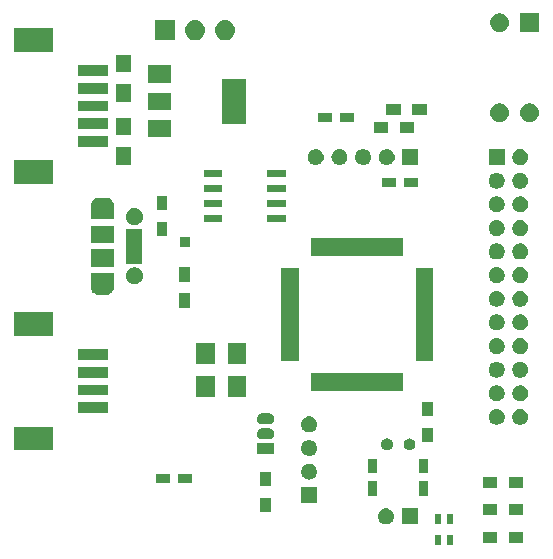
<source format=gts>
G04 #@! TF.GenerationSoftware,KiCad,Pcbnew,(5.0.2)-1*
G04 #@! TF.CreationDate,2020-07-22T07:53:00+02:00*
G04 #@! TF.ProjectId,32mz_gauge_main_v31,33326d7a-5f67-4617-9567-655f6d61696e,rev?*
G04 #@! TF.SameCoordinates,Original*
G04 #@! TF.FileFunction,Soldermask,Top*
G04 #@! TF.FilePolarity,Negative*
%FSLAX46Y46*%
G04 Gerber Fmt 4.6, Leading zero omitted, Abs format (unit mm)*
G04 Created by KiCad (PCBNEW (5.0.2)-1) date 7/22/2020 07:53:00*
%MOMM*%
%LPD*%
G01*
G04 APERTURE LIST*
%ADD10C,0.100000*%
G04 APERTURE END LIST*
D10*
G36*
X120130000Y-115219000D02*
X119630000Y-115219000D01*
X119630000Y-114369000D01*
X120130000Y-114369000D01*
X120130000Y-115219000D01*
X120130000Y-115219000D01*
G37*
G36*
X119130000Y-115219000D02*
X118630000Y-115219000D01*
X118630000Y-114369000D01*
X119130000Y-114369000D01*
X119130000Y-115219000D01*
X119130000Y-115219000D01*
G37*
G36*
X123896500Y-115004000D02*
X122696500Y-115004000D01*
X122696500Y-114104000D01*
X123896500Y-114104000D01*
X123896500Y-115004000D01*
X123896500Y-115004000D01*
G37*
G36*
X126096500Y-115004000D02*
X124896500Y-115004000D01*
X124896500Y-114104000D01*
X126096500Y-114104000D01*
X126096500Y-115004000D01*
X126096500Y-115004000D01*
G37*
G36*
X120130000Y-113469000D02*
X119630000Y-113469000D01*
X119630000Y-112619000D01*
X120130000Y-112619000D01*
X120130000Y-113469000D01*
X120130000Y-113469000D01*
G37*
G36*
X119130000Y-113469000D02*
X118630000Y-113469000D01*
X118630000Y-112619000D01*
X119130000Y-112619000D01*
X119130000Y-113469000D01*
X119130000Y-113469000D01*
G37*
G36*
X117134000Y-113451000D02*
X115784000Y-113451000D01*
X115784000Y-112101000D01*
X117134000Y-112101000D01*
X117134000Y-113451000D01*
X117134000Y-113451000D01*
G37*
G36*
X114591323Y-112110767D02*
X114718561Y-112149364D01*
X114835824Y-112212042D01*
X114938606Y-112296394D01*
X115022958Y-112399176D01*
X115085636Y-112516439D01*
X115124233Y-112643677D01*
X115137266Y-112776000D01*
X115124233Y-112908323D01*
X115085636Y-113035561D01*
X115022958Y-113152824D01*
X114938606Y-113255606D01*
X114835824Y-113339958D01*
X114718561Y-113402636D01*
X114591323Y-113441233D01*
X114492159Y-113451000D01*
X114425841Y-113451000D01*
X114326677Y-113441233D01*
X114199439Y-113402636D01*
X114082176Y-113339958D01*
X113979394Y-113255606D01*
X113895042Y-113152824D01*
X113832364Y-113035561D01*
X113793767Y-112908323D01*
X113780734Y-112776000D01*
X113793767Y-112643677D01*
X113832364Y-112516439D01*
X113895042Y-112399176D01*
X113979394Y-112296394D01*
X114082176Y-112212042D01*
X114199439Y-112149364D01*
X114326677Y-112110767D01*
X114425841Y-112101000D01*
X114492159Y-112101000D01*
X114591323Y-112110767D01*
X114591323Y-112110767D01*
G37*
G36*
X126096500Y-112654500D02*
X124896500Y-112654500D01*
X124896500Y-111754500D01*
X126096500Y-111754500D01*
X126096500Y-112654500D01*
X126096500Y-112654500D01*
G37*
G36*
X123896500Y-112654500D02*
X122696500Y-112654500D01*
X122696500Y-111754500D01*
X123896500Y-111754500D01*
X123896500Y-112654500D01*
X123896500Y-112654500D01*
G37*
G36*
X104717000Y-112397000D02*
X103817000Y-112397000D01*
X103817000Y-111197000D01*
X104717000Y-111197000D01*
X104717000Y-112397000D01*
X104717000Y-112397000D01*
G37*
G36*
X108625000Y-111673000D02*
X107275000Y-111673000D01*
X107275000Y-110323000D01*
X108625000Y-110323000D01*
X108625000Y-111673000D01*
X108625000Y-111673000D01*
G37*
G36*
X117977000Y-111024000D02*
X117227000Y-111024000D01*
X117227000Y-109824000D01*
X117977000Y-109824000D01*
X117977000Y-111024000D01*
X117977000Y-111024000D01*
G37*
G36*
X113659000Y-111024000D02*
X112909000Y-111024000D01*
X112909000Y-109824000D01*
X113659000Y-109824000D01*
X113659000Y-111024000D01*
X113659000Y-111024000D01*
G37*
G36*
X123896500Y-110368500D02*
X122696500Y-110368500D01*
X122696500Y-109468500D01*
X123896500Y-109468500D01*
X123896500Y-110368500D01*
X123896500Y-110368500D01*
G37*
G36*
X126096500Y-110368500D02*
X124896500Y-110368500D01*
X124896500Y-109468500D01*
X126096500Y-109468500D01*
X126096500Y-110368500D01*
X126096500Y-110368500D01*
G37*
G36*
X104717000Y-110197000D02*
X103817000Y-110197000D01*
X103817000Y-108997000D01*
X104717000Y-108997000D01*
X104717000Y-110197000D01*
X104717000Y-110197000D01*
G37*
G36*
X98070000Y-109976000D02*
X96870000Y-109976000D01*
X96870000Y-109226000D01*
X98070000Y-109226000D01*
X98070000Y-109976000D01*
X98070000Y-109976000D01*
G37*
G36*
X96170000Y-109976000D02*
X94970000Y-109976000D01*
X94970000Y-109226000D01*
X96170000Y-109226000D01*
X96170000Y-109976000D01*
X96170000Y-109976000D01*
G37*
G36*
X108082323Y-108332767D02*
X108209561Y-108371364D01*
X108326824Y-108434042D01*
X108429606Y-108518394D01*
X108513958Y-108621176D01*
X108576636Y-108738439D01*
X108615233Y-108865677D01*
X108628266Y-108998000D01*
X108615233Y-109130323D01*
X108576636Y-109257561D01*
X108513958Y-109374824D01*
X108429606Y-109477606D01*
X108326824Y-109561958D01*
X108209561Y-109624636D01*
X108082323Y-109663233D01*
X107983159Y-109673000D01*
X107916841Y-109673000D01*
X107817677Y-109663233D01*
X107690439Y-109624636D01*
X107573176Y-109561958D01*
X107470394Y-109477606D01*
X107386042Y-109374824D01*
X107323364Y-109257561D01*
X107284767Y-109130323D01*
X107271734Y-108998000D01*
X107284767Y-108865677D01*
X107323364Y-108738439D01*
X107386042Y-108621176D01*
X107470394Y-108518394D01*
X107573176Y-108434042D01*
X107690439Y-108371364D01*
X107817677Y-108332767D01*
X107916841Y-108323000D01*
X107983159Y-108323000D01*
X108082323Y-108332767D01*
X108082323Y-108332767D01*
G37*
G36*
X117977000Y-109124000D02*
X117227000Y-109124000D01*
X117227000Y-107924000D01*
X117977000Y-107924000D01*
X117977000Y-109124000D01*
X117977000Y-109124000D01*
G37*
G36*
X113659000Y-109124000D02*
X112909000Y-109124000D01*
X112909000Y-107924000D01*
X113659000Y-107924000D01*
X113659000Y-109124000D01*
X113659000Y-109124000D01*
G37*
G36*
X108082323Y-106332767D02*
X108209561Y-106371364D01*
X108326824Y-106434042D01*
X108429606Y-106518394D01*
X108513958Y-106621176D01*
X108576636Y-106738439D01*
X108615233Y-106865677D01*
X108628266Y-106998000D01*
X108615233Y-107130323D01*
X108576636Y-107257561D01*
X108513958Y-107374824D01*
X108429606Y-107477606D01*
X108326824Y-107561958D01*
X108209561Y-107624636D01*
X108082323Y-107663233D01*
X107983159Y-107673000D01*
X107916841Y-107673000D01*
X107817677Y-107663233D01*
X107690439Y-107624636D01*
X107573176Y-107561958D01*
X107470394Y-107477606D01*
X107386042Y-107374824D01*
X107323364Y-107257561D01*
X107284767Y-107130323D01*
X107271734Y-106998000D01*
X107284767Y-106865677D01*
X107323364Y-106738439D01*
X107386042Y-106621176D01*
X107470394Y-106518394D01*
X107573176Y-106434042D01*
X107690439Y-106371364D01*
X107817677Y-106332767D01*
X107916841Y-106323000D01*
X107983159Y-106323000D01*
X108082323Y-106332767D01*
X108082323Y-106332767D01*
G37*
G36*
X105017000Y-107511000D02*
X103517000Y-107511000D01*
X103517000Y-106611000D01*
X105017000Y-106611000D01*
X105017000Y-107511000D01*
X105017000Y-107511000D01*
G37*
G36*
X86247000Y-107196000D02*
X82947000Y-107196000D01*
X82947000Y-105196000D01*
X86247000Y-105196000D01*
X86247000Y-107196000D01*
X86247000Y-107196000D01*
G37*
G36*
X116599845Y-106199215D02*
X116690839Y-106236906D01*
X116696966Y-106241000D01*
X116772734Y-106291627D01*
X116842373Y-106361266D01*
X116842375Y-106361269D01*
X116897094Y-106443161D01*
X116934785Y-106534155D01*
X116950071Y-106611000D01*
X116954000Y-106630755D01*
X116954000Y-106729245D01*
X116934785Y-106825845D01*
X116897095Y-106916837D01*
X116842373Y-106998734D01*
X116772734Y-107068373D01*
X116772731Y-107068375D01*
X116690839Y-107123094D01*
X116690838Y-107123095D01*
X116690837Y-107123095D01*
X116673387Y-107130323D01*
X116599845Y-107160785D01*
X116503246Y-107180000D01*
X116404754Y-107180000D01*
X116308155Y-107160785D01*
X116234613Y-107130323D01*
X116217163Y-107123095D01*
X116217162Y-107123095D01*
X116217161Y-107123094D01*
X116135269Y-107068375D01*
X116135266Y-107068373D01*
X116065627Y-106998734D01*
X116010905Y-106916837D01*
X115973215Y-106825845D01*
X115954000Y-106729245D01*
X115954000Y-106630755D01*
X115957930Y-106611000D01*
X115973215Y-106534155D01*
X116010906Y-106443161D01*
X116065625Y-106361269D01*
X116065627Y-106361266D01*
X116135266Y-106291627D01*
X116211034Y-106241000D01*
X116217161Y-106236906D01*
X116308155Y-106199215D01*
X116404754Y-106180000D01*
X116503246Y-106180000D01*
X116599845Y-106199215D01*
X116599845Y-106199215D01*
G37*
G36*
X114699845Y-106199215D02*
X114790839Y-106236906D01*
X114796966Y-106241000D01*
X114872734Y-106291627D01*
X114942373Y-106361266D01*
X114942375Y-106361269D01*
X114997094Y-106443161D01*
X115034785Y-106534155D01*
X115050071Y-106611000D01*
X115054000Y-106630755D01*
X115054000Y-106729245D01*
X115034785Y-106825845D01*
X114997095Y-106916837D01*
X114942373Y-106998734D01*
X114872734Y-107068373D01*
X114872731Y-107068375D01*
X114790839Y-107123094D01*
X114790838Y-107123095D01*
X114790837Y-107123095D01*
X114773387Y-107130323D01*
X114699845Y-107160785D01*
X114603246Y-107180000D01*
X114504754Y-107180000D01*
X114408155Y-107160785D01*
X114334613Y-107130323D01*
X114317163Y-107123095D01*
X114317162Y-107123095D01*
X114317161Y-107123094D01*
X114235269Y-107068375D01*
X114235266Y-107068373D01*
X114165627Y-106998734D01*
X114110905Y-106916837D01*
X114073215Y-106825845D01*
X114054000Y-106729245D01*
X114054000Y-106630755D01*
X114057930Y-106611000D01*
X114073215Y-106534155D01*
X114110906Y-106443161D01*
X114165625Y-106361269D01*
X114165627Y-106361266D01*
X114235266Y-106291627D01*
X114311034Y-106241000D01*
X114317161Y-106236906D01*
X114408155Y-106199215D01*
X114504754Y-106180000D01*
X114603246Y-106180000D01*
X114699845Y-106199215D01*
X114699845Y-106199215D01*
G37*
G36*
X118433000Y-106475000D02*
X117533000Y-106475000D01*
X117533000Y-105275000D01*
X118433000Y-105275000D01*
X118433000Y-106475000D01*
X118433000Y-106475000D01*
G37*
G36*
X104622160Y-105344255D02*
X104655215Y-105347511D01*
X104697628Y-105360377D01*
X104740042Y-105373243D01*
X104818217Y-105415029D01*
X104886738Y-105471262D01*
X104942971Y-105539783D01*
X104984757Y-105617958D01*
X105010489Y-105702786D01*
X105019177Y-105791000D01*
X105010489Y-105879214D01*
X104984757Y-105964042D01*
X104942971Y-106042217D01*
X104886738Y-106110738D01*
X104818217Y-106166971D01*
X104740042Y-106208757D01*
X104697628Y-106221623D01*
X104655215Y-106234489D01*
X104630684Y-106236905D01*
X104589106Y-106241000D01*
X103944894Y-106241000D01*
X103903316Y-106236905D01*
X103878785Y-106234489D01*
X103836372Y-106221623D01*
X103793958Y-106208757D01*
X103715783Y-106166971D01*
X103647262Y-106110738D01*
X103591029Y-106042217D01*
X103549243Y-105964042D01*
X103523511Y-105879214D01*
X103514823Y-105791000D01*
X103523511Y-105702786D01*
X103549243Y-105617958D01*
X103591029Y-105539783D01*
X103647262Y-105471262D01*
X103715783Y-105415029D01*
X103793958Y-105373243D01*
X103836372Y-105360377D01*
X103878785Y-105347511D01*
X103911840Y-105344255D01*
X103944894Y-105341000D01*
X104589106Y-105341000D01*
X104622160Y-105344255D01*
X104622160Y-105344255D01*
G37*
G36*
X108082323Y-104332767D02*
X108209561Y-104371364D01*
X108326824Y-104434042D01*
X108429606Y-104518394D01*
X108513958Y-104621176D01*
X108576636Y-104738439D01*
X108615233Y-104865677D01*
X108628266Y-104998000D01*
X108615233Y-105130323D01*
X108576636Y-105257561D01*
X108513958Y-105374824D01*
X108429606Y-105477606D01*
X108326824Y-105561958D01*
X108209561Y-105624636D01*
X108082323Y-105663233D01*
X107983159Y-105673000D01*
X107916841Y-105673000D01*
X107817677Y-105663233D01*
X107690439Y-105624636D01*
X107573176Y-105561958D01*
X107470394Y-105477606D01*
X107386042Y-105374824D01*
X107323364Y-105257561D01*
X107284767Y-105130323D01*
X107271734Y-104998000D01*
X107284767Y-104865677D01*
X107323364Y-104738439D01*
X107386042Y-104621176D01*
X107470394Y-104518394D01*
X107573176Y-104434042D01*
X107690439Y-104371364D01*
X107817677Y-104332767D01*
X107916841Y-104323000D01*
X107983159Y-104323000D01*
X108082323Y-104332767D01*
X108082323Y-104332767D01*
G37*
G36*
X126021888Y-103710439D02*
X126144733Y-103761323D01*
X126255290Y-103835195D01*
X126349305Y-103929210D01*
X126423177Y-104039767D01*
X126474061Y-104162612D01*
X126500000Y-104293017D01*
X126500000Y-104425983D01*
X126474061Y-104556388D01*
X126423177Y-104679233D01*
X126349305Y-104789790D01*
X126255290Y-104883805D01*
X126144733Y-104957677D01*
X126021888Y-105008561D01*
X125891483Y-105034500D01*
X125758517Y-105034500D01*
X125628112Y-105008561D01*
X125505267Y-104957677D01*
X125394710Y-104883805D01*
X125300695Y-104789790D01*
X125226823Y-104679233D01*
X125175939Y-104556388D01*
X125150000Y-104425983D01*
X125150000Y-104293017D01*
X125175939Y-104162612D01*
X125226823Y-104039767D01*
X125300695Y-103929210D01*
X125394710Y-103835195D01*
X125505267Y-103761323D01*
X125628112Y-103710439D01*
X125758517Y-103684500D01*
X125891483Y-103684500D01*
X126021888Y-103710439D01*
X126021888Y-103710439D01*
G37*
G36*
X124021888Y-103710439D02*
X124144733Y-103761323D01*
X124255290Y-103835195D01*
X124349305Y-103929210D01*
X124423177Y-104039767D01*
X124474061Y-104162612D01*
X124500000Y-104293017D01*
X124500000Y-104425983D01*
X124474061Y-104556388D01*
X124423177Y-104679233D01*
X124349305Y-104789790D01*
X124255290Y-104883805D01*
X124144733Y-104957677D01*
X124021888Y-105008561D01*
X123891483Y-105034500D01*
X123758517Y-105034500D01*
X123628112Y-105008561D01*
X123505267Y-104957677D01*
X123394710Y-104883805D01*
X123300695Y-104789790D01*
X123226823Y-104679233D01*
X123175939Y-104556388D01*
X123150000Y-104425983D01*
X123150000Y-104293017D01*
X123175939Y-104162612D01*
X123226823Y-104039767D01*
X123300695Y-103929210D01*
X123394710Y-103835195D01*
X123505267Y-103761323D01*
X123628112Y-103710439D01*
X123758517Y-103684500D01*
X123891483Y-103684500D01*
X124021888Y-103710439D01*
X124021888Y-103710439D01*
G37*
G36*
X104622160Y-104074255D02*
X104655215Y-104077511D01*
X104697628Y-104090377D01*
X104740042Y-104103243D01*
X104818217Y-104145029D01*
X104886738Y-104201262D01*
X104942971Y-104269783D01*
X104984757Y-104347958D01*
X104984757Y-104347959D01*
X105010489Y-104432785D01*
X105019177Y-104521000D01*
X105010489Y-104609215D01*
X105006860Y-104621178D01*
X104984757Y-104694042D01*
X104942971Y-104772217D01*
X104886738Y-104840738D01*
X104818217Y-104896971D01*
X104740042Y-104938757D01*
X104697628Y-104951623D01*
X104655215Y-104964489D01*
X104622160Y-104967744D01*
X104589106Y-104971000D01*
X103944894Y-104971000D01*
X103911840Y-104967744D01*
X103878785Y-104964489D01*
X103836372Y-104951623D01*
X103793958Y-104938757D01*
X103715783Y-104896971D01*
X103647262Y-104840738D01*
X103591029Y-104772217D01*
X103549243Y-104694042D01*
X103527140Y-104621178D01*
X103523511Y-104609215D01*
X103514823Y-104521000D01*
X103523511Y-104432785D01*
X103549243Y-104347959D01*
X103549243Y-104347958D01*
X103591029Y-104269783D01*
X103647262Y-104201262D01*
X103715783Y-104145029D01*
X103793958Y-104103243D01*
X103836372Y-104090377D01*
X103878785Y-104077511D01*
X103911840Y-104074255D01*
X103944894Y-104071000D01*
X104589106Y-104071000D01*
X104622160Y-104074255D01*
X104622160Y-104074255D01*
G37*
G36*
X118433000Y-104275000D02*
X117533000Y-104275000D01*
X117533000Y-103075000D01*
X118433000Y-103075000D01*
X118433000Y-104275000D01*
X118433000Y-104275000D01*
G37*
G36*
X90897000Y-104046000D02*
X88397000Y-104046000D01*
X88397000Y-103146000D01*
X90897000Y-103146000D01*
X90897000Y-104046000D01*
X90897000Y-104046000D01*
G37*
G36*
X126021888Y-101710439D02*
X126144733Y-101761323D01*
X126255290Y-101835195D01*
X126349305Y-101929210D01*
X126423177Y-102039767D01*
X126474061Y-102162612D01*
X126500000Y-102293017D01*
X126500000Y-102425983D01*
X126474061Y-102556388D01*
X126423177Y-102679233D01*
X126349305Y-102789790D01*
X126255290Y-102883805D01*
X126144733Y-102957677D01*
X126021888Y-103008561D01*
X125891483Y-103034500D01*
X125758517Y-103034500D01*
X125628112Y-103008561D01*
X125505267Y-102957677D01*
X125394710Y-102883805D01*
X125300695Y-102789790D01*
X125226823Y-102679233D01*
X125175939Y-102556388D01*
X125150000Y-102425983D01*
X125150000Y-102293017D01*
X125175939Y-102162612D01*
X125226823Y-102039767D01*
X125300695Y-101929210D01*
X125394710Y-101835195D01*
X125505267Y-101761323D01*
X125628112Y-101710439D01*
X125758517Y-101684500D01*
X125891483Y-101684500D01*
X126021888Y-101710439D01*
X126021888Y-101710439D01*
G37*
G36*
X124021888Y-101710439D02*
X124144733Y-101761323D01*
X124255290Y-101835195D01*
X124349305Y-101929210D01*
X124423177Y-102039767D01*
X124474061Y-102162612D01*
X124500000Y-102293017D01*
X124500000Y-102425983D01*
X124474061Y-102556388D01*
X124423177Y-102679233D01*
X124349305Y-102789790D01*
X124255290Y-102883805D01*
X124144733Y-102957677D01*
X124021888Y-103008561D01*
X123891483Y-103034500D01*
X123758517Y-103034500D01*
X123628112Y-103008561D01*
X123505267Y-102957677D01*
X123394710Y-102883805D01*
X123300695Y-102789790D01*
X123226823Y-102679233D01*
X123175939Y-102556388D01*
X123150000Y-102425983D01*
X123150000Y-102293017D01*
X123175939Y-102162612D01*
X123226823Y-102039767D01*
X123300695Y-101929210D01*
X123394710Y-101835195D01*
X123505267Y-101761323D01*
X123628112Y-101710439D01*
X123758517Y-101684500D01*
X123891483Y-101684500D01*
X124021888Y-101710439D01*
X124021888Y-101710439D01*
G37*
G36*
X99950500Y-102693500D02*
X98410500Y-102693500D01*
X98410500Y-100893500D01*
X99950500Y-100893500D01*
X99950500Y-102693500D01*
X99950500Y-102693500D01*
G37*
G36*
X102630500Y-102693500D02*
X101090500Y-102693500D01*
X101090500Y-100893500D01*
X102630500Y-100893500D01*
X102630500Y-102693500D01*
X102630500Y-102693500D01*
G37*
G36*
X90897000Y-102546000D02*
X88397000Y-102546000D01*
X88397000Y-101646000D01*
X90897000Y-101646000D01*
X90897000Y-102546000D01*
X90897000Y-102546000D01*
G37*
G36*
X115914000Y-102144500D02*
X108114000Y-102144500D01*
X108114000Y-100644500D01*
X115914000Y-100644500D01*
X115914000Y-102144500D01*
X115914000Y-102144500D01*
G37*
G36*
X90897000Y-101046000D02*
X88397000Y-101046000D01*
X88397000Y-100146000D01*
X90897000Y-100146000D01*
X90897000Y-101046000D01*
X90897000Y-101046000D01*
G37*
G36*
X124021888Y-99710439D02*
X124144733Y-99761323D01*
X124255290Y-99835195D01*
X124349305Y-99929210D01*
X124423177Y-100039767D01*
X124474061Y-100162612D01*
X124500000Y-100293017D01*
X124500000Y-100425983D01*
X124474061Y-100556388D01*
X124423177Y-100679233D01*
X124349305Y-100789790D01*
X124255290Y-100883805D01*
X124144733Y-100957677D01*
X124021888Y-101008561D01*
X123891483Y-101034500D01*
X123758517Y-101034500D01*
X123628112Y-101008561D01*
X123505267Y-100957677D01*
X123394710Y-100883805D01*
X123300695Y-100789790D01*
X123226823Y-100679233D01*
X123175939Y-100556388D01*
X123150000Y-100425983D01*
X123150000Y-100293017D01*
X123175939Y-100162612D01*
X123226823Y-100039767D01*
X123300695Y-99929210D01*
X123394710Y-99835195D01*
X123505267Y-99761323D01*
X123628112Y-99710439D01*
X123758517Y-99684500D01*
X123891483Y-99684500D01*
X124021888Y-99710439D01*
X124021888Y-99710439D01*
G37*
G36*
X126021888Y-99710439D02*
X126144733Y-99761323D01*
X126255290Y-99835195D01*
X126349305Y-99929210D01*
X126423177Y-100039767D01*
X126474061Y-100162612D01*
X126500000Y-100293017D01*
X126500000Y-100425983D01*
X126474061Y-100556388D01*
X126423177Y-100679233D01*
X126349305Y-100789790D01*
X126255290Y-100883805D01*
X126144733Y-100957677D01*
X126021888Y-101008561D01*
X125891483Y-101034500D01*
X125758517Y-101034500D01*
X125628112Y-101008561D01*
X125505267Y-100957677D01*
X125394710Y-100883805D01*
X125300695Y-100789790D01*
X125226823Y-100679233D01*
X125175939Y-100556388D01*
X125150000Y-100425983D01*
X125150000Y-100293017D01*
X125175939Y-100162612D01*
X125226823Y-100039767D01*
X125300695Y-99929210D01*
X125394710Y-99835195D01*
X125505267Y-99761323D01*
X125628112Y-99710439D01*
X125758517Y-99684500D01*
X125891483Y-99684500D01*
X126021888Y-99710439D01*
X126021888Y-99710439D01*
G37*
G36*
X102630500Y-99893500D02*
X101090500Y-99893500D01*
X101090500Y-98093500D01*
X102630500Y-98093500D01*
X102630500Y-99893500D01*
X102630500Y-99893500D01*
G37*
G36*
X99950500Y-99893500D02*
X98410500Y-99893500D01*
X98410500Y-98093500D01*
X99950500Y-98093500D01*
X99950500Y-99893500D01*
X99950500Y-99893500D01*
G37*
G36*
X118464000Y-99594500D02*
X116964000Y-99594500D01*
X116964000Y-91794500D01*
X118464000Y-91794500D01*
X118464000Y-99594500D01*
X118464000Y-99594500D01*
G37*
G36*
X107064000Y-99594500D02*
X105564000Y-99594500D01*
X105564000Y-91794500D01*
X107064000Y-91794500D01*
X107064000Y-99594500D01*
X107064000Y-99594500D01*
G37*
G36*
X90897000Y-99546000D02*
X88397000Y-99546000D01*
X88397000Y-98646000D01*
X90897000Y-98646000D01*
X90897000Y-99546000D01*
X90897000Y-99546000D01*
G37*
G36*
X126021888Y-97710439D02*
X126144733Y-97761323D01*
X126255290Y-97835195D01*
X126349305Y-97929210D01*
X126423177Y-98039767D01*
X126474061Y-98162612D01*
X126500000Y-98293017D01*
X126500000Y-98425983D01*
X126474061Y-98556388D01*
X126423177Y-98679233D01*
X126349305Y-98789790D01*
X126255290Y-98883805D01*
X126144733Y-98957677D01*
X126021888Y-99008561D01*
X125891483Y-99034500D01*
X125758517Y-99034500D01*
X125628112Y-99008561D01*
X125505267Y-98957677D01*
X125394710Y-98883805D01*
X125300695Y-98789790D01*
X125226823Y-98679233D01*
X125175939Y-98556388D01*
X125150000Y-98425983D01*
X125150000Y-98293017D01*
X125175939Y-98162612D01*
X125226823Y-98039767D01*
X125300695Y-97929210D01*
X125394710Y-97835195D01*
X125505267Y-97761323D01*
X125628112Y-97710439D01*
X125758517Y-97684500D01*
X125891483Y-97684500D01*
X126021888Y-97710439D01*
X126021888Y-97710439D01*
G37*
G36*
X124021888Y-97710439D02*
X124144733Y-97761323D01*
X124255290Y-97835195D01*
X124349305Y-97929210D01*
X124423177Y-98039767D01*
X124474061Y-98162612D01*
X124500000Y-98293017D01*
X124500000Y-98425983D01*
X124474061Y-98556388D01*
X124423177Y-98679233D01*
X124349305Y-98789790D01*
X124255290Y-98883805D01*
X124144733Y-98957677D01*
X124021888Y-99008561D01*
X123891483Y-99034500D01*
X123758517Y-99034500D01*
X123628112Y-99008561D01*
X123505267Y-98957677D01*
X123394710Y-98883805D01*
X123300695Y-98789790D01*
X123226823Y-98679233D01*
X123175939Y-98556388D01*
X123150000Y-98425983D01*
X123150000Y-98293017D01*
X123175939Y-98162612D01*
X123226823Y-98039767D01*
X123300695Y-97929210D01*
X123394710Y-97835195D01*
X123505267Y-97761323D01*
X123628112Y-97710439D01*
X123758517Y-97684500D01*
X123891483Y-97684500D01*
X124021888Y-97710439D01*
X124021888Y-97710439D01*
G37*
G36*
X86247000Y-97496000D02*
X82947000Y-97496000D01*
X82947000Y-95496000D01*
X86247000Y-95496000D01*
X86247000Y-97496000D01*
X86247000Y-97496000D01*
G37*
G36*
X124021888Y-95710439D02*
X124144733Y-95761323D01*
X124255290Y-95835195D01*
X124349305Y-95929210D01*
X124423177Y-96039767D01*
X124474061Y-96162612D01*
X124500000Y-96293017D01*
X124500000Y-96425983D01*
X124474061Y-96556388D01*
X124423177Y-96679233D01*
X124349305Y-96789790D01*
X124255290Y-96883805D01*
X124144733Y-96957677D01*
X124021888Y-97008561D01*
X123891483Y-97034500D01*
X123758517Y-97034500D01*
X123628112Y-97008561D01*
X123505267Y-96957677D01*
X123394710Y-96883805D01*
X123300695Y-96789790D01*
X123226823Y-96679233D01*
X123175939Y-96556388D01*
X123150000Y-96425983D01*
X123150000Y-96293017D01*
X123175939Y-96162612D01*
X123226823Y-96039767D01*
X123300695Y-95929210D01*
X123394710Y-95835195D01*
X123505267Y-95761323D01*
X123628112Y-95710439D01*
X123758517Y-95684500D01*
X123891483Y-95684500D01*
X124021888Y-95710439D01*
X124021888Y-95710439D01*
G37*
G36*
X126021888Y-95710439D02*
X126144733Y-95761323D01*
X126255290Y-95835195D01*
X126349305Y-95929210D01*
X126423177Y-96039767D01*
X126474061Y-96162612D01*
X126500000Y-96293017D01*
X126500000Y-96425983D01*
X126474061Y-96556388D01*
X126423177Y-96679233D01*
X126349305Y-96789790D01*
X126255290Y-96883805D01*
X126144733Y-96957677D01*
X126021888Y-97008561D01*
X125891483Y-97034500D01*
X125758517Y-97034500D01*
X125628112Y-97008561D01*
X125505267Y-96957677D01*
X125394710Y-96883805D01*
X125300695Y-96789790D01*
X125226823Y-96679233D01*
X125175939Y-96556388D01*
X125150000Y-96425983D01*
X125150000Y-96293017D01*
X125175939Y-96162612D01*
X125226823Y-96039767D01*
X125300695Y-95929210D01*
X125394710Y-95835195D01*
X125505267Y-95761323D01*
X125628112Y-95710439D01*
X125758517Y-95684500D01*
X125891483Y-95684500D01*
X126021888Y-95710439D01*
X126021888Y-95710439D01*
G37*
G36*
X97859000Y-95108500D02*
X96959000Y-95108500D01*
X96959000Y-93908500D01*
X97859000Y-93908500D01*
X97859000Y-95108500D01*
X97859000Y-95108500D01*
G37*
G36*
X126021888Y-93710439D02*
X126144733Y-93761323D01*
X126255290Y-93835195D01*
X126349305Y-93929210D01*
X126423177Y-94039767D01*
X126474061Y-94162612D01*
X126500000Y-94293017D01*
X126500000Y-94425983D01*
X126474061Y-94556388D01*
X126423177Y-94679233D01*
X126349305Y-94789790D01*
X126255290Y-94883805D01*
X126144733Y-94957677D01*
X126021888Y-95008561D01*
X125891483Y-95034500D01*
X125758517Y-95034500D01*
X125628112Y-95008561D01*
X125505267Y-94957677D01*
X125394710Y-94883805D01*
X125300695Y-94789790D01*
X125226823Y-94679233D01*
X125175939Y-94556388D01*
X125150000Y-94425983D01*
X125150000Y-94293017D01*
X125175939Y-94162612D01*
X125226823Y-94039767D01*
X125300695Y-93929210D01*
X125394710Y-93835195D01*
X125505267Y-93761323D01*
X125628112Y-93710439D01*
X125758517Y-93684500D01*
X125891483Y-93684500D01*
X126021888Y-93710439D01*
X126021888Y-93710439D01*
G37*
G36*
X124021888Y-93710439D02*
X124144733Y-93761323D01*
X124255290Y-93835195D01*
X124349305Y-93929210D01*
X124423177Y-94039767D01*
X124474061Y-94162612D01*
X124500000Y-94293017D01*
X124500000Y-94425983D01*
X124474061Y-94556388D01*
X124423177Y-94679233D01*
X124349305Y-94789790D01*
X124255290Y-94883805D01*
X124144733Y-94957677D01*
X124021888Y-95008561D01*
X123891483Y-95034500D01*
X123758517Y-95034500D01*
X123628112Y-95008561D01*
X123505267Y-94957677D01*
X123394710Y-94883805D01*
X123300695Y-94789790D01*
X123226823Y-94679233D01*
X123175939Y-94556388D01*
X123150000Y-94425983D01*
X123150000Y-94293017D01*
X123175939Y-94162612D01*
X123226823Y-94039767D01*
X123300695Y-93929210D01*
X123394710Y-93835195D01*
X123505267Y-93761323D01*
X123628112Y-93710439D01*
X123758517Y-93684500D01*
X123891483Y-93684500D01*
X124021888Y-93710439D01*
X124021888Y-93710439D01*
G37*
G36*
X91405000Y-93380393D02*
X91405601Y-93392632D01*
X91407903Y-93416000D01*
X91405601Y-93439368D01*
X91405000Y-93451607D01*
X91405000Y-93496003D01*
X91396798Y-93528743D01*
X91396318Y-93533621D01*
X91362010Y-93646721D01*
X91306296Y-93750955D01*
X91231317Y-93842317D01*
X91139955Y-93917296D01*
X91035721Y-93973010D01*
X90922621Y-94007318D01*
X90834474Y-94016000D01*
X90075526Y-94016000D01*
X89987379Y-94007318D01*
X89874279Y-93973010D01*
X89770045Y-93917296D01*
X89678683Y-93842317D01*
X89603704Y-93750955D01*
X89547990Y-93646721D01*
X89513682Y-93533621D01*
X89513201Y-93528742D01*
X89508421Y-93504712D01*
X89505000Y-93496454D01*
X89505000Y-93451607D01*
X89504399Y-93439368D01*
X89502097Y-93416000D01*
X89504399Y-93392632D01*
X89505000Y-93380393D01*
X89505000Y-92216000D01*
X91405000Y-92216000D01*
X91405000Y-93380393D01*
X91405000Y-93380393D01*
G37*
G36*
X93282434Y-91702144D02*
X93366475Y-91718861D01*
X93498416Y-91773513D01*
X93498417Y-91773514D01*
X93617164Y-91852858D01*
X93718142Y-91953836D01*
X93718144Y-91953839D01*
X93797487Y-92072584D01*
X93852139Y-92204525D01*
X93880000Y-92344594D01*
X93880000Y-92487406D01*
X93852139Y-92627475D01*
X93797487Y-92759416D01*
X93730954Y-92858990D01*
X93718142Y-92878164D01*
X93617164Y-92979142D01*
X93617161Y-92979144D01*
X93498416Y-93058487D01*
X93366475Y-93113139D01*
X93282434Y-93129856D01*
X93226408Y-93141000D01*
X93083592Y-93141000D01*
X93027566Y-93129856D01*
X92943525Y-93113139D01*
X92811584Y-93058487D01*
X92692839Y-92979144D01*
X92692836Y-92979142D01*
X92591858Y-92878164D01*
X92579046Y-92858990D01*
X92512513Y-92759416D01*
X92457861Y-92627475D01*
X92430000Y-92487406D01*
X92430000Y-92344594D01*
X92457861Y-92204525D01*
X92512513Y-92072584D01*
X92591856Y-91953839D01*
X92591858Y-91953836D01*
X92692836Y-91852858D01*
X92811583Y-91773514D01*
X92811584Y-91773513D01*
X92943525Y-91718861D01*
X93027566Y-91702144D01*
X93083592Y-91691000D01*
X93226408Y-91691000D01*
X93282434Y-91702144D01*
X93282434Y-91702144D01*
G37*
G36*
X126021888Y-91710439D02*
X126144733Y-91761323D01*
X126255290Y-91835195D01*
X126349305Y-91929210D01*
X126423177Y-92039767D01*
X126474061Y-92162612D01*
X126500000Y-92293017D01*
X126500000Y-92425983D01*
X126474061Y-92556388D01*
X126423177Y-92679233D01*
X126349305Y-92789790D01*
X126255290Y-92883805D01*
X126144733Y-92957677D01*
X126021888Y-93008561D01*
X125891483Y-93034500D01*
X125758517Y-93034500D01*
X125628112Y-93008561D01*
X125505267Y-92957677D01*
X125394710Y-92883805D01*
X125300695Y-92789790D01*
X125226823Y-92679233D01*
X125175939Y-92556388D01*
X125150000Y-92425983D01*
X125150000Y-92293017D01*
X125175939Y-92162612D01*
X125226823Y-92039767D01*
X125300695Y-91929210D01*
X125394710Y-91835195D01*
X125505267Y-91761323D01*
X125628112Y-91710439D01*
X125758517Y-91684500D01*
X125891483Y-91684500D01*
X126021888Y-91710439D01*
X126021888Y-91710439D01*
G37*
G36*
X124021888Y-91710439D02*
X124144733Y-91761323D01*
X124255290Y-91835195D01*
X124349305Y-91929210D01*
X124423177Y-92039767D01*
X124474061Y-92162612D01*
X124500000Y-92293017D01*
X124500000Y-92425983D01*
X124474061Y-92556388D01*
X124423177Y-92679233D01*
X124349305Y-92789790D01*
X124255290Y-92883805D01*
X124144733Y-92957677D01*
X124021888Y-93008561D01*
X123891483Y-93034500D01*
X123758517Y-93034500D01*
X123628112Y-93008561D01*
X123505267Y-92957677D01*
X123394710Y-92883805D01*
X123300695Y-92789790D01*
X123226823Y-92679233D01*
X123175939Y-92556388D01*
X123150000Y-92425983D01*
X123150000Y-92293017D01*
X123175939Y-92162612D01*
X123226823Y-92039767D01*
X123300695Y-91929210D01*
X123394710Y-91835195D01*
X123505267Y-91761323D01*
X123628112Y-91710439D01*
X123758517Y-91684500D01*
X123891483Y-91684500D01*
X124021888Y-91710439D01*
X124021888Y-91710439D01*
G37*
G36*
X97859000Y-92908500D02*
X96959000Y-92908500D01*
X96959000Y-91708500D01*
X97859000Y-91708500D01*
X97859000Y-92908500D01*
X97859000Y-92908500D01*
G37*
G36*
X91405000Y-91666000D02*
X89505000Y-91666000D01*
X89505000Y-90166000D01*
X91405000Y-90166000D01*
X91405000Y-91666000D01*
X91405000Y-91666000D01*
G37*
G36*
X93830000Y-91416000D02*
X92480000Y-91416000D01*
X92480000Y-88416000D01*
X93830000Y-88416000D01*
X93830000Y-91416000D01*
X93830000Y-91416000D01*
G37*
G36*
X126021888Y-89710439D02*
X126144733Y-89761323D01*
X126255290Y-89835195D01*
X126349305Y-89929210D01*
X126423177Y-90039767D01*
X126474061Y-90162612D01*
X126500000Y-90293017D01*
X126500000Y-90425983D01*
X126474061Y-90556388D01*
X126423177Y-90679233D01*
X126349305Y-90789790D01*
X126255290Y-90883805D01*
X126144733Y-90957677D01*
X126021888Y-91008561D01*
X125891483Y-91034500D01*
X125758517Y-91034500D01*
X125628112Y-91008561D01*
X125505267Y-90957677D01*
X125394710Y-90883805D01*
X125300695Y-90789790D01*
X125226823Y-90679233D01*
X125175939Y-90556388D01*
X125150000Y-90425983D01*
X125150000Y-90293017D01*
X125175939Y-90162612D01*
X125226823Y-90039767D01*
X125300695Y-89929210D01*
X125394710Y-89835195D01*
X125505267Y-89761323D01*
X125628112Y-89710439D01*
X125758517Y-89684500D01*
X125891483Y-89684500D01*
X126021888Y-89710439D01*
X126021888Y-89710439D01*
G37*
G36*
X124021888Y-89710439D02*
X124144733Y-89761323D01*
X124255290Y-89835195D01*
X124349305Y-89929210D01*
X124423177Y-90039767D01*
X124474061Y-90162612D01*
X124500000Y-90293017D01*
X124500000Y-90425983D01*
X124474061Y-90556388D01*
X124423177Y-90679233D01*
X124349305Y-90789790D01*
X124255290Y-90883805D01*
X124144733Y-90957677D01*
X124021888Y-91008561D01*
X123891483Y-91034500D01*
X123758517Y-91034500D01*
X123628112Y-91008561D01*
X123505267Y-90957677D01*
X123394710Y-90883805D01*
X123300695Y-90789790D01*
X123226823Y-90679233D01*
X123175939Y-90556388D01*
X123150000Y-90425983D01*
X123150000Y-90293017D01*
X123175939Y-90162612D01*
X123226823Y-90039767D01*
X123300695Y-89929210D01*
X123394710Y-89835195D01*
X123505267Y-89761323D01*
X123628112Y-89710439D01*
X123758517Y-89684500D01*
X123891483Y-89684500D01*
X124021888Y-89710439D01*
X124021888Y-89710439D01*
G37*
G36*
X115914000Y-90744500D02*
X108114000Y-90744500D01*
X108114000Y-89244500D01*
X115914000Y-89244500D01*
X115914000Y-90744500D01*
X115914000Y-90744500D01*
G37*
G36*
X97897500Y-89960000D02*
X97047500Y-89960000D01*
X97047500Y-89110000D01*
X97897500Y-89110000D01*
X97897500Y-89960000D01*
X97897500Y-89960000D01*
G37*
G36*
X91405000Y-89666000D02*
X89505000Y-89666000D01*
X89505000Y-88166000D01*
X91405000Y-88166000D01*
X91405000Y-89666000D01*
X91405000Y-89666000D01*
G37*
G36*
X95954000Y-89076000D02*
X95054000Y-89076000D01*
X95054000Y-87876000D01*
X95954000Y-87876000D01*
X95954000Y-89076000D01*
X95954000Y-89076000D01*
G37*
G36*
X126021888Y-87710439D02*
X126144733Y-87761323D01*
X126255290Y-87835195D01*
X126349305Y-87929210D01*
X126423177Y-88039767D01*
X126474061Y-88162612D01*
X126500000Y-88293017D01*
X126500000Y-88425983D01*
X126474061Y-88556388D01*
X126423177Y-88679233D01*
X126349305Y-88789790D01*
X126255290Y-88883805D01*
X126144733Y-88957677D01*
X126021888Y-89008561D01*
X125891483Y-89034500D01*
X125758517Y-89034500D01*
X125628112Y-89008561D01*
X125505267Y-88957677D01*
X125394710Y-88883805D01*
X125300695Y-88789790D01*
X125226823Y-88679233D01*
X125175939Y-88556388D01*
X125150000Y-88425983D01*
X125150000Y-88293017D01*
X125175939Y-88162612D01*
X125226823Y-88039767D01*
X125300695Y-87929210D01*
X125394710Y-87835195D01*
X125505267Y-87761323D01*
X125628112Y-87710439D01*
X125758517Y-87684500D01*
X125891483Y-87684500D01*
X126021888Y-87710439D01*
X126021888Y-87710439D01*
G37*
G36*
X124021888Y-87710439D02*
X124144733Y-87761323D01*
X124255290Y-87835195D01*
X124349305Y-87929210D01*
X124423177Y-88039767D01*
X124474061Y-88162612D01*
X124500000Y-88293017D01*
X124500000Y-88425983D01*
X124474061Y-88556388D01*
X124423177Y-88679233D01*
X124349305Y-88789790D01*
X124255290Y-88883805D01*
X124144733Y-88957677D01*
X124021888Y-89008561D01*
X123891483Y-89034500D01*
X123758517Y-89034500D01*
X123628112Y-89008561D01*
X123505267Y-88957677D01*
X123394710Y-88883805D01*
X123300695Y-88789790D01*
X123226823Y-88679233D01*
X123175939Y-88556388D01*
X123150000Y-88425983D01*
X123150000Y-88293017D01*
X123175939Y-88162612D01*
X123226823Y-88039767D01*
X123300695Y-87929210D01*
X123394710Y-87835195D01*
X123505267Y-87761323D01*
X123628112Y-87710439D01*
X123758517Y-87684500D01*
X123891483Y-87684500D01*
X124021888Y-87710439D01*
X124021888Y-87710439D01*
G37*
G36*
X93282434Y-86702144D02*
X93366475Y-86718861D01*
X93498416Y-86773513D01*
X93522776Y-86789790D01*
X93617164Y-86852858D01*
X93718142Y-86953836D01*
X93718144Y-86953839D01*
X93797487Y-87072584D01*
X93852139Y-87204525D01*
X93880000Y-87344594D01*
X93880000Y-87487406D01*
X93852139Y-87627475D01*
X93797487Y-87759416D01*
X93746854Y-87835193D01*
X93718142Y-87878164D01*
X93617164Y-87979142D01*
X93617161Y-87979144D01*
X93498416Y-88058487D01*
X93366475Y-88113139D01*
X93282434Y-88129856D01*
X93226408Y-88141000D01*
X93083592Y-88141000D01*
X93027566Y-88129856D01*
X92943525Y-88113139D01*
X92811584Y-88058487D01*
X92692839Y-87979144D01*
X92692836Y-87979142D01*
X92591858Y-87878164D01*
X92563146Y-87835193D01*
X92512513Y-87759416D01*
X92457861Y-87627475D01*
X92430000Y-87487406D01*
X92430000Y-87344594D01*
X92457861Y-87204525D01*
X92512513Y-87072584D01*
X92591856Y-86953839D01*
X92591858Y-86953836D01*
X92692836Y-86852858D01*
X92787224Y-86789790D01*
X92811584Y-86773513D01*
X92943525Y-86718861D01*
X93027566Y-86702144D01*
X93083592Y-86691000D01*
X93226408Y-86691000D01*
X93282434Y-86702144D01*
X93282434Y-86702144D01*
G37*
G36*
X105964000Y-87866500D02*
X104414000Y-87866500D01*
X104414000Y-87266500D01*
X105964000Y-87266500D01*
X105964000Y-87866500D01*
X105964000Y-87866500D01*
G37*
G36*
X100564000Y-87866500D02*
X99014000Y-87866500D01*
X99014000Y-87266500D01*
X100564000Y-87266500D01*
X100564000Y-87866500D01*
X100564000Y-87866500D01*
G37*
G36*
X90922621Y-85824682D02*
X91035721Y-85858990D01*
X91139955Y-85914704D01*
X91231317Y-85989683D01*
X91306296Y-86081045D01*
X91362010Y-86185279D01*
X91396318Y-86298379D01*
X91396318Y-86298381D01*
X91396798Y-86303255D01*
X91401579Y-86327288D01*
X91405000Y-86335546D01*
X91405000Y-86380393D01*
X91405601Y-86392632D01*
X91407903Y-86416000D01*
X91405601Y-86439368D01*
X91405000Y-86451607D01*
X91405000Y-87616000D01*
X89505000Y-87616000D01*
X89505000Y-86451607D01*
X89504399Y-86439368D01*
X89502097Y-86416000D01*
X89504399Y-86392632D01*
X89505000Y-86380393D01*
X89505000Y-86335997D01*
X89513202Y-86303255D01*
X89513682Y-86298381D01*
X89513682Y-86298379D01*
X89547990Y-86185279D01*
X89603704Y-86081045D01*
X89678683Y-85989683D01*
X89770045Y-85914704D01*
X89874279Y-85858990D01*
X89987379Y-85824682D01*
X90075526Y-85816000D01*
X90834474Y-85816000D01*
X90922621Y-85824682D01*
X90922621Y-85824682D01*
G37*
G36*
X126021888Y-85710439D02*
X126144733Y-85761323D01*
X126255290Y-85835195D01*
X126349305Y-85929210D01*
X126423177Y-86039767D01*
X126474061Y-86162612D01*
X126500000Y-86293017D01*
X126500000Y-86425983D01*
X126474061Y-86556388D01*
X126423177Y-86679233D01*
X126349305Y-86789790D01*
X126255290Y-86883805D01*
X126144733Y-86957677D01*
X126021888Y-87008561D01*
X125891483Y-87034500D01*
X125758517Y-87034500D01*
X125628112Y-87008561D01*
X125505267Y-86957677D01*
X125394710Y-86883805D01*
X125300695Y-86789790D01*
X125226823Y-86679233D01*
X125175939Y-86556388D01*
X125150000Y-86425983D01*
X125150000Y-86293017D01*
X125175939Y-86162612D01*
X125226823Y-86039767D01*
X125300695Y-85929210D01*
X125394710Y-85835195D01*
X125505267Y-85761323D01*
X125628112Y-85710439D01*
X125758517Y-85684500D01*
X125891483Y-85684500D01*
X126021888Y-85710439D01*
X126021888Y-85710439D01*
G37*
G36*
X124021888Y-85710439D02*
X124144733Y-85761323D01*
X124255290Y-85835195D01*
X124349305Y-85929210D01*
X124423177Y-86039767D01*
X124474061Y-86162612D01*
X124500000Y-86293017D01*
X124500000Y-86425983D01*
X124474061Y-86556388D01*
X124423177Y-86679233D01*
X124349305Y-86789790D01*
X124255290Y-86883805D01*
X124144733Y-86957677D01*
X124021888Y-87008561D01*
X123891483Y-87034500D01*
X123758517Y-87034500D01*
X123628112Y-87008561D01*
X123505267Y-86957677D01*
X123394710Y-86883805D01*
X123300695Y-86789790D01*
X123226823Y-86679233D01*
X123175939Y-86556388D01*
X123150000Y-86425983D01*
X123150000Y-86293017D01*
X123175939Y-86162612D01*
X123226823Y-86039767D01*
X123300695Y-85929210D01*
X123394710Y-85835195D01*
X123505267Y-85761323D01*
X123628112Y-85710439D01*
X123758517Y-85684500D01*
X123891483Y-85684500D01*
X124021888Y-85710439D01*
X124021888Y-85710439D01*
G37*
G36*
X95954000Y-86876000D02*
X95054000Y-86876000D01*
X95054000Y-85676000D01*
X95954000Y-85676000D01*
X95954000Y-86876000D01*
X95954000Y-86876000D01*
G37*
G36*
X100564000Y-86596500D02*
X99014000Y-86596500D01*
X99014000Y-85996500D01*
X100564000Y-85996500D01*
X100564000Y-86596500D01*
X100564000Y-86596500D01*
G37*
G36*
X105964000Y-86596500D02*
X104414000Y-86596500D01*
X104414000Y-85996500D01*
X105964000Y-85996500D01*
X105964000Y-86596500D01*
X105964000Y-86596500D01*
G37*
G36*
X105964000Y-85326500D02*
X104414000Y-85326500D01*
X104414000Y-84726500D01*
X105964000Y-84726500D01*
X105964000Y-85326500D01*
X105964000Y-85326500D01*
G37*
G36*
X100564000Y-85326500D02*
X99014000Y-85326500D01*
X99014000Y-84726500D01*
X100564000Y-84726500D01*
X100564000Y-85326500D01*
X100564000Y-85326500D01*
G37*
G36*
X124021888Y-83710439D02*
X124144733Y-83761323D01*
X124255290Y-83835195D01*
X124349305Y-83929210D01*
X124423177Y-84039767D01*
X124474061Y-84162612D01*
X124500000Y-84293017D01*
X124500000Y-84425983D01*
X124474061Y-84556388D01*
X124423177Y-84679233D01*
X124349305Y-84789790D01*
X124255290Y-84883805D01*
X124144733Y-84957677D01*
X124021888Y-85008561D01*
X123891483Y-85034500D01*
X123758517Y-85034500D01*
X123628112Y-85008561D01*
X123505267Y-84957677D01*
X123394710Y-84883805D01*
X123300695Y-84789790D01*
X123226823Y-84679233D01*
X123175939Y-84556388D01*
X123150000Y-84425983D01*
X123150000Y-84293017D01*
X123175939Y-84162612D01*
X123226823Y-84039767D01*
X123300695Y-83929210D01*
X123394710Y-83835195D01*
X123505267Y-83761323D01*
X123628112Y-83710439D01*
X123758517Y-83684500D01*
X123891483Y-83684500D01*
X124021888Y-83710439D01*
X124021888Y-83710439D01*
G37*
G36*
X126021888Y-83710439D02*
X126144733Y-83761323D01*
X126255290Y-83835195D01*
X126349305Y-83929210D01*
X126423177Y-84039767D01*
X126474061Y-84162612D01*
X126500000Y-84293017D01*
X126500000Y-84425983D01*
X126474061Y-84556388D01*
X126423177Y-84679233D01*
X126349305Y-84789790D01*
X126255290Y-84883805D01*
X126144733Y-84957677D01*
X126021888Y-85008561D01*
X125891483Y-85034500D01*
X125758517Y-85034500D01*
X125628112Y-85008561D01*
X125505267Y-84957677D01*
X125394710Y-84883805D01*
X125300695Y-84789790D01*
X125226823Y-84679233D01*
X125175939Y-84556388D01*
X125150000Y-84425983D01*
X125150000Y-84293017D01*
X125175939Y-84162612D01*
X125226823Y-84039767D01*
X125300695Y-83929210D01*
X125394710Y-83835195D01*
X125505267Y-83761323D01*
X125628112Y-83710439D01*
X125758517Y-83684500D01*
X125891483Y-83684500D01*
X126021888Y-83710439D01*
X126021888Y-83710439D01*
G37*
G36*
X115283500Y-84893500D02*
X114083500Y-84893500D01*
X114083500Y-84143500D01*
X115283500Y-84143500D01*
X115283500Y-84893500D01*
X115283500Y-84893500D01*
G37*
G36*
X117183500Y-84893500D02*
X115983500Y-84893500D01*
X115983500Y-84143500D01*
X117183500Y-84143500D01*
X117183500Y-84893500D01*
X117183500Y-84893500D01*
G37*
G36*
X86247000Y-84641500D02*
X82947000Y-84641500D01*
X82947000Y-82641500D01*
X86247000Y-82641500D01*
X86247000Y-84641500D01*
X86247000Y-84641500D01*
G37*
G36*
X105964000Y-84056500D02*
X104414000Y-84056500D01*
X104414000Y-83456500D01*
X105964000Y-83456500D01*
X105964000Y-84056500D01*
X105964000Y-84056500D01*
G37*
G36*
X100564000Y-84056500D02*
X99014000Y-84056500D01*
X99014000Y-83456500D01*
X100564000Y-83456500D01*
X100564000Y-84056500D01*
X100564000Y-84056500D01*
G37*
G36*
X124500000Y-83034500D02*
X123150000Y-83034500D01*
X123150000Y-81684500D01*
X124500000Y-81684500D01*
X124500000Y-83034500D01*
X124500000Y-83034500D01*
G37*
G36*
X108654823Y-81694267D02*
X108782061Y-81732864D01*
X108899324Y-81795542D01*
X109002106Y-81879894D01*
X109086458Y-81982676D01*
X109149136Y-82099939D01*
X109187733Y-82227177D01*
X109200766Y-82359500D01*
X109187733Y-82491823D01*
X109149136Y-82619061D01*
X109086458Y-82736324D01*
X109002106Y-82839106D01*
X108899324Y-82923458D01*
X108782061Y-82986136D01*
X108654823Y-83024733D01*
X108555659Y-83034500D01*
X108489341Y-83034500D01*
X108390177Y-83024733D01*
X108262939Y-82986136D01*
X108145676Y-82923458D01*
X108042894Y-82839106D01*
X107958542Y-82736324D01*
X107895864Y-82619061D01*
X107857267Y-82491823D01*
X107844234Y-82359500D01*
X107857267Y-82227177D01*
X107895864Y-82099939D01*
X107958542Y-81982676D01*
X108042894Y-81879894D01*
X108145676Y-81795542D01*
X108262939Y-81732864D01*
X108390177Y-81694267D01*
X108489341Y-81684500D01*
X108555659Y-81684500D01*
X108654823Y-81694267D01*
X108654823Y-81694267D01*
G37*
G36*
X126021888Y-81710439D02*
X126144733Y-81761323D01*
X126255290Y-81835195D01*
X126349305Y-81929210D01*
X126423177Y-82039767D01*
X126474061Y-82162612D01*
X126500000Y-82293017D01*
X126500000Y-82425983D01*
X126474061Y-82556388D01*
X126423177Y-82679233D01*
X126349305Y-82789790D01*
X126255290Y-82883805D01*
X126144733Y-82957677D01*
X126021888Y-83008561D01*
X125891483Y-83034500D01*
X125758517Y-83034500D01*
X125628112Y-83008561D01*
X125505267Y-82957677D01*
X125394710Y-82883805D01*
X125300695Y-82789790D01*
X125226823Y-82679233D01*
X125175939Y-82556388D01*
X125150000Y-82425983D01*
X125150000Y-82293017D01*
X125175939Y-82162612D01*
X125226823Y-82039767D01*
X125300695Y-81929210D01*
X125394710Y-81835195D01*
X125505267Y-81761323D01*
X125628112Y-81710439D01*
X125758517Y-81684500D01*
X125891483Y-81684500D01*
X126021888Y-81710439D01*
X126021888Y-81710439D01*
G37*
G36*
X117197500Y-83034500D02*
X115847500Y-83034500D01*
X115847500Y-81684500D01*
X117197500Y-81684500D01*
X117197500Y-83034500D01*
X117197500Y-83034500D01*
G37*
G36*
X112654823Y-81694267D02*
X112782061Y-81732864D01*
X112899324Y-81795542D01*
X113002106Y-81879894D01*
X113086458Y-81982676D01*
X113149136Y-82099939D01*
X113187733Y-82227177D01*
X113200766Y-82359500D01*
X113187733Y-82491823D01*
X113149136Y-82619061D01*
X113086458Y-82736324D01*
X113002106Y-82839106D01*
X112899324Y-82923458D01*
X112782061Y-82986136D01*
X112654823Y-83024733D01*
X112555659Y-83034500D01*
X112489341Y-83034500D01*
X112390177Y-83024733D01*
X112262939Y-82986136D01*
X112145676Y-82923458D01*
X112042894Y-82839106D01*
X111958542Y-82736324D01*
X111895864Y-82619061D01*
X111857267Y-82491823D01*
X111844234Y-82359500D01*
X111857267Y-82227177D01*
X111895864Y-82099939D01*
X111958542Y-81982676D01*
X112042894Y-81879894D01*
X112145676Y-81795542D01*
X112262939Y-81732864D01*
X112390177Y-81694267D01*
X112489341Y-81684500D01*
X112555659Y-81684500D01*
X112654823Y-81694267D01*
X112654823Y-81694267D01*
G37*
G36*
X110654823Y-81694267D02*
X110782061Y-81732864D01*
X110899324Y-81795542D01*
X111002106Y-81879894D01*
X111086458Y-81982676D01*
X111149136Y-82099939D01*
X111187733Y-82227177D01*
X111200766Y-82359500D01*
X111187733Y-82491823D01*
X111149136Y-82619061D01*
X111086458Y-82736324D01*
X111002106Y-82839106D01*
X110899324Y-82923458D01*
X110782061Y-82986136D01*
X110654823Y-83024733D01*
X110555659Y-83034500D01*
X110489341Y-83034500D01*
X110390177Y-83024733D01*
X110262939Y-82986136D01*
X110145676Y-82923458D01*
X110042894Y-82839106D01*
X109958542Y-82736324D01*
X109895864Y-82619061D01*
X109857267Y-82491823D01*
X109844234Y-82359500D01*
X109857267Y-82227177D01*
X109895864Y-82099939D01*
X109958542Y-81982676D01*
X110042894Y-81879894D01*
X110145676Y-81795542D01*
X110262939Y-81732864D01*
X110390177Y-81694267D01*
X110489341Y-81684500D01*
X110555659Y-81684500D01*
X110654823Y-81694267D01*
X110654823Y-81694267D01*
G37*
G36*
X114654823Y-81694267D02*
X114782061Y-81732864D01*
X114899324Y-81795542D01*
X115002106Y-81879894D01*
X115086458Y-81982676D01*
X115149136Y-82099939D01*
X115187733Y-82227177D01*
X115200766Y-82359500D01*
X115187733Y-82491823D01*
X115149136Y-82619061D01*
X115086458Y-82736324D01*
X115002106Y-82839106D01*
X114899324Y-82923458D01*
X114782061Y-82986136D01*
X114654823Y-83024733D01*
X114555659Y-83034500D01*
X114489341Y-83034500D01*
X114390177Y-83024733D01*
X114262939Y-82986136D01*
X114145676Y-82923458D01*
X114042894Y-82839106D01*
X113958542Y-82736324D01*
X113895864Y-82619061D01*
X113857267Y-82491823D01*
X113844234Y-82359500D01*
X113857267Y-82227177D01*
X113895864Y-82099939D01*
X113958542Y-81982676D01*
X114042894Y-81879894D01*
X114145676Y-81795542D01*
X114262939Y-81732864D01*
X114390177Y-81694267D01*
X114489341Y-81684500D01*
X114555659Y-81684500D01*
X114654823Y-81694267D01*
X114654823Y-81694267D01*
G37*
G36*
X92890500Y-83026000D02*
X91640500Y-83026000D01*
X91640500Y-81526000D01*
X92890500Y-81526000D01*
X92890500Y-83026000D01*
X92890500Y-83026000D01*
G37*
G36*
X90897000Y-81491500D02*
X88397000Y-81491500D01*
X88397000Y-80591500D01*
X90897000Y-80591500D01*
X90897000Y-81491500D01*
X90897000Y-81491500D01*
G37*
G36*
X96275000Y-80710500D02*
X94275000Y-80710500D01*
X94275000Y-79210500D01*
X96275000Y-79210500D01*
X96275000Y-80710500D01*
X96275000Y-80710500D01*
G37*
G36*
X92890500Y-80526000D02*
X91640500Y-80526000D01*
X91640500Y-79026000D01*
X92890500Y-79026000D01*
X92890500Y-80526000D01*
X92890500Y-80526000D01*
G37*
G36*
X114625500Y-80333000D02*
X113425500Y-80333000D01*
X113425500Y-79433000D01*
X114625500Y-79433000D01*
X114625500Y-80333000D01*
X114625500Y-80333000D01*
G37*
G36*
X116825500Y-80333000D02*
X115625500Y-80333000D01*
X115625500Y-79433000D01*
X116825500Y-79433000D01*
X116825500Y-80333000D01*
X116825500Y-80333000D01*
G37*
G36*
X90897000Y-79991500D02*
X88397000Y-79991500D01*
X88397000Y-79091500D01*
X90897000Y-79091500D01*
X90897000Y-79991500D01*
X90897000Y-79991500D01*
G37*
G36*
X102575000Y-79560500D02*
X100575000Y-79560500D01*
X100575000Y-75760500D01*
X102575000Y-75760500D01*
X102575000Y-79560500D01*
X102575000Y-79560500D01*
G37*
G36*
X124196649Y-77820717D02*
X124235827Y-77824576D01*
X124311227Y-77847448D01*
X124386629Y-77870321D01*
X124525608Y-77944608D01*
X124647422Y-78044578D01*
X124747392Y-78166392D01*
X124821679Y-78305371D01*
X124867424Y-78456174D01*
X124882870Y-78613000D01*
X124867424Y-78769826D01*
X124821679Y-78920629D01*
X124747392Y-79059608D01*
X124647422Y-79181422D01*
X124525608Y-79281392D01*
X124386629Y-79355679D01*
X124342715Y-79369000D01*
X124235827Y-79401424D01*
X124196649Y-79405283D01*
X124118295Y-79413000D01*
X124039705Y-79413000D01*
X123961351Y-79405283D01*
X123922173Y-79401424D01*
X123815285Y-79369000D01*
X123771371Y-79355679D01*
X123632392Y-79281392D01*
X123510578Y-79181422D01*
X123410608Y-79059608D01*
X123336321Y-78920629D01*
X123290576Y-78769826D01*
X123275130Y-78613000D01*
X123290576Y-78456174D01*
X123336321Y-78305371D01*
X123410608Y-78166392D01*
X123510578Y-78044578D01*
X123632392Y-77944608D01*
X123771371Y-77870321D01*
X123846773Y-77847448D01*
X123922173Y-77824576D01*
X123961351Y-77820717D01*
X124039705Y-77813000D01*
X124118295Y-77813000D01*
X124196649Y-77820717D01*
X124196649Y-77820717D01*
G37*
G36*
X126736649Y-77820717D02*
X126775827Y-77824576D01*
X126851227Y-77847448D01*
X126926629Y-77870321D01*
X127065608Y-77944608D01*
X127187422Y-78044578D01*
X127287392Y-78166392D01*
X127361679Y-78305371D01*
X127407424Y-78456174D01*
X127422870Y-78613000D01*
X127407424Y-78769826D01*
X127361679Y-78920629D01*
X127287392Y-79059608D01*
X127187422Y-79181422D01*
X127065608Y-79281392D01*
X126926629Y-79355679D01*
X126882715Y-79369000D01*
X126775827Y-79401424D01*
X126736649Y-79405283D01*
X126658295Y-79413000D01*
X126579705Y-79413000D01*
X126501351Y-79405283D01*
X126462173Y-79401424D01*
X126355285Y-79369000D01*
X126311371Y-79355679D01*
X126172392Y-79281392D01*
X126050578Y-79181422D01*
X125950608Y-79059608D01*
X125876321Y-78920629D01*
X125830576Y-78769826D01*
X125815130Y-78613000D01*
X125830576Y-78456174D01*
X125876321Y-78305371D01*
X125950608Y-78166392D01*
X126050578Y-78044578D01*
X126172392Y-77944608D01*
X126311371Y-77870321D01*
X126386773Y-77847448D01*
X126462173Y-77824576D01*
X126501351Y-77820717D01*
X126579705Y-77813000D01*
X126658295Y-77813000D01*
X126736649Y-77820717D01*
X126736649Y-77820717D01*
G37*
G36*
X111786000Y-79369000D02*
X110586000Y-79369000D01*
X110586000Y-78619000D01*
X111786000Y-78619000D01*
X111786000Y-79369000D01*
X111786000Y-79369000D01*
G37*
G36*
X109886000Y-79369000D02*
X108686000Y-79369000D01*
X108686000Y-78619000D01*
X109886000Y-78619000D01*
X109886000Y-79369000D01*
X109886000Y-79369000D01*
G37*
G36*
X117905000Y-78809000D02*
X116705000Y-78809000D01*
X116705000Y-77909000D01*
X117905000Y-77909000D01*
X117905000Y-78809000D01*
X117905000Y-78809000D01*
G37*
G36*
X115705000Y-78809000D02*
X114505000Y-78809000D01*
X114505000Y-77909000D01*
X115705000Y-77909000D01*
X115705000Y-78809000D01*
X115705000Y-78809000D01*
G37*
G36*
X90897000Y-78491500D02*
X88397000Y-78491500D01*
X88397000Y-77591500D01*
X90897000Y-77591500D01*
X90897000Y-78491500D01*
X90897000Y-78491500D01*
G37*
G36*
X96275000Y-78410500D02*
X94275000Y-78410500D01*
X94275000Y-76910500D01*
X96275000Y-76910500D01*
X96275000Y-78410500D01*
X96275000Y-78410500D01*
G37*
G36*
X92890500Y-77692000D02*
X91640500Y-77692000D01*
X91640500Y-76192000D01*
X92890500Y-76192000D01*
X92890500Y-77692000D01*
X92890500Y-77692000D01*
G37*
G36*
X90897000Y-76991500D02*
X88397000Y-76991500D01*
X88397000Y-76091500D01*
X90897000Y-76091500D01*
X90897000Y-76991500D01*
X90897000Y-76991500D01*
G37*
G36*
X96275000Y-76110500D02*
X94275000Y-76110500D01*
X94275000Y-74610500D01*
X96275000Y-74610500D01*
X96275000Y-76110500D01*
X96275000Y-76110500D01*
G37*
G36*
X90897000Y-75491500D02*
X88397000Y-75491500D01*
X88397000Y-74591500D01*
X90897000Y-74591500D01*
X90897000Y-75491500D01*
X90897000Y-75491500D01*
G37*
G36*
X92890500Y-75192000D02*
X91640500Y-75192000D01*
X91640500Y-73692000D01*
X92890500Y-73692000D01*
X92890500Y-75192000D01*
X92890500Y-75192000D01*
G37*
G36*
X86247000Y-73441500D02*
X82947000Y-73441500D01*
X82947000Y-71441500D01*
X86247000Y-71441500D01*
X86247000Y-73441500D01*
X86247000Y-73441500D01*
G37*
G36*
X96608000Y-72478000D02*
X94908000Y-72478000D01*
X94908000Y-70778000D01*
X96608000Y-70778000D01*
X96608000Y-72478000D01*
X96608000Y-72478000D01*
G37*
G36*
X98464630Y-70790299D02*
X98624855Y-70838903D01*
X98772520Y-70917831D01*
X98901949Y-71024051D01*
X99008169Y-71153480D01*
X99087097Y-71301145D01*
X99135701Y-71461370D01*
X99152112Y-71628000D01*
X99135701Y-71794630D01*
X99087097Y-71954855D01*
X99008169Y-72102520D01*
X98901949Y-72231949D01*
X98772520Y-72338169D01*
X98624855Y-72417097D01*
X98464630Y-72465701D01*
X98339752Y-72478000D01*
X98256248Y-72478000D01*
X98131370Y-72465701D01*
X97971145Y-72417097D01*
X97823480Y-72338169D01*
X97694051Y-72231949D01*
X97587831Y-72102520D01*
X97508903Y-71954855D01*
X97460299Y-71794630D01*
X97443888Y-71628000D01*
X97460299Y-71461370D01*
X97508903Y-71301145D01*
X97587831Y-71153480D01*
X97694051Y-71024051D01*
X97823480Y-70917831D01*
X97971145Y-70838903D01*
X98131370Y-70790299D01*
X98256248Y-70778000D01*
X98339752Y-70778000D01*
X98464630Y-70790299D01*
X98464630Y-70790299D01*
G37*
G36*
X101004630Y-70790299D02*
X101164855Y-70838903D01*
X101312520Y-70917831D01*
X101441949Y-71024051D01*
X101548169Y-71153480D01*
X101627097Y-71301145D01*
X101675701Y-71461370D01*
X101692112Y-71628000D01*
X101675701Y-71794630D01*
X101627097Y-71954855D01*
X101548169Y-72102520D01*
X101441949Y-72231949D01*
X101312520Y-72338169D01*
X101164855Y-72417097D01*
X101004630Y-72465701D01*
X100879752Y-72478000D01*
X100796248Y-72478000D01*
X100671370Y-72465701D01*
X100511145Y-72417097D01*
X100363480Y-72338169D01*
X100234051Y-72231949D01*
X100127831Y-72102520D01*
X100048903Y-71954855D01*
X100000299Y-71794630D01*
X99983888Y-71628000D01*
X100000299Y-71461370D01*
X100048903Y-71301145D01*
X100127831Y-71153480D01*
X100234051Y-71024051D01*
X100363480Y-70917831D01*
X100511145Y-70838903D01*
X100671370Y-70790299D01*
X100796248Y-70778000D01*
X100879752Y-70778000D01*
X101004630Y-70790299D01*
X101004630Y-70790299D01*
G37*
G36*
X124196649Y-70200717D02*
X124235827Y-70204576D01*
X124311228Y-70227449D01*
X124386629Y-70250321D01*
X124525608Y-70324608D01*
X124647422Y-70424578D01*
X124747392Y-70546392D01*
X124821679Y-70685371D01*
X124821679Y-70685372D01*
X124867424Y-70836173D01*
X124882870Y-70993000D01*
X124867424Y-71149827D01*
X124844551Y-71225228D01*
X124821679Y-71300629D01*
X124747392Y-71439608D01*
X124647422Y-71561422D01*
X124525608Y-71661392D01*
X124386629Y-71735679D01*
X124311228Y-71758551D01*
X124235827Y-71781424D01*
X124196649Y-71785283D01*
X124118295Y-71793000D01*
X124039705Y-71793000D01*
X123961351Y-71785283D01*
X123922173Y-71781424D01*
X123846772Y-71758551D01*
X123771371Y-71735679D01*
X123632392Y-71661392D01*
X123510578Y-71561422D01*
X123410608Y-71439608D01*
X123336321Y-71300629D01*
X123313449Y-71225228D01*
X123290576Y-71149827D01*
X123275130Y-70993000D01*
X123290576Y-70836173D01*
X123336321Y-70685372D01*
X123336321Y-70685371D01*
X123410608Y-70546392D01*
X123510578Y-70424578D01*
X123632392Y-70324608D01*
X123771371Y-70250321D01*
X123846772Y-70227449D01*
X123922173Y-70204576D01*
X123961351Y-70200717D01*
X124039705Y-70193000D01*
X124118295Y-70193000D01*
X124196649Y-70200717D01*
X124196649Y-70200717D01*
G37*
G36*
X127419000Y-71793000D02*
X125819000Y-71793000D01*
X125819000Y-70193000D01*
X127419000Y-70193000D01*
X127419000Y-71793000D01*
X127419000Y-71793000D01*
G37*
M02*

</source>
